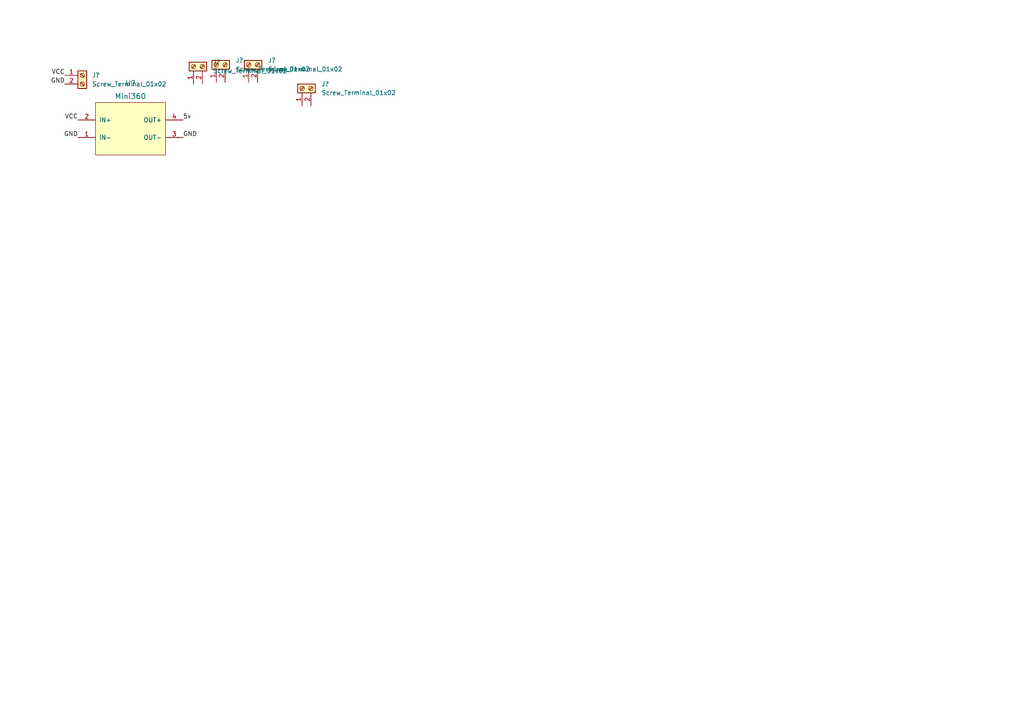
<source format=kicad_sch>
(kicad_sch (version 20211123) (generator eeschema)
  (paper "A4")
  (lib_symbols
    (symbol "Connector:Screw_Terminal_01x02" (pin_names (offset 1.016) hide)
      (property "Reference" "J" (at 0 2.54 0))
      (property "Value" "Screw_Terminal_01x02" (at 0 -5.08 0))
      (symbol "Screw_Terminal_01x02_1_1"
        (rectangle (start -1.27 1.27) (end 1.27 -3.81) (stroke (width 0.254)) (fill (type background)))
        (circle (center 0 -2.54) (radius 0.635) (stroke (width 0.1524)))
        (polyline (pts (xy -0.5334 -2.2098) (xy 0.3302 -3.048)) (stroke (width 0.1524)))
        (polyline (pts (xy -0.5334 0.3302) (xy 0.3302 -0.508)) (stroke (width 0.1524)))
        (polyline (pts (xy -0.3556 -2.032) (xy 0.508 -2.8702)) (stroke (width 0.1524)))
        (polyline (pts (xy -0.3556 0.508) (xy 0.508 -0.3302)) (stroke (width 0.1524)))
        (circle (center 0 0) (radius 0.635) (stroke (width 0.1524)))
        (pin passive line (at -5.08 0 0) (length 3.81) (name "Pin_1") (number "1"))
        (pin passive line (at -5.08 -2.54 0) (length 3.81) (name "Pin_2") (number "2"))
      )
    )
    (symbol "mini360:Mini360" (pin_names (offset 1.016))
      (property "Reference" "U" (at 0 -5.08 0))
      (property "Value" "Mini360" (at 0 5.08 0))
      (symbol "Mini360_0_1"
        (rectangle (start -10.16 7.62) (end 10.16 -7.62) (fill (type background)))
      )
      (symbol "Mini360_1_1"
        (pin power_in line (at -15.24 -2.54 0) (length 5.08) (name "IN-") (number "1"))
        (pin power_in line (at -15.24 2.54 0) (length 5.08) (name "IN+") (number "2"))
        (pin power_out line (at 15.24 -2.54 180) (length 5.08) (name "OUT-") (number "3"))
        (pin power_out line (at 15.24 2.54 180) (length 5.08) (name "OUT+") (number "4"))
      )
    )
  )
  (label "VCC" (at 18.796 21.844 180))
  (label "VCC" (at 22.606 34.798 180))
  (label "GND" (at 18.796 24.384 180))
  (label "5v" (at 53.086 34.798 0))
  (label "GND" (at 22.606 39.878 180))
  (label "GND" (at 53.086 39.878 0))
  (symbol (lib_id "Connector:Screw_Terminal_01x02") (at 72.136 18.796 90) (unit 1)
    (property "Reference" "J?" (at 77.724 17.5259 90) (effects (justify right)))
    (property "Value" "Screw_Terminal_01x02" (at 77.724 20.0659 90) (effects (justify right)))
  )
  (symbol (lib_id "Connector:Screw_Terminal_01x02") (at 62.738 18.796 90) (unit 1)
    (property "Reference" "J?" (at 68.326 17.5259 90) (effects (justify right)))
    (property "Value" "Screw_Terminal_01x02" (at 68.326 20.0659 90) (effects (justify right)))
  )
  (symbol (lib_id "mini360:Mini360") (at 37.846 37.338 0) (unit 1)
    (property "Reference" "U?" (at 37.846 24.13 0) (effects (font (size 1.524 1.524))))
    (property "Value" "Mini360" (at 37.846 27.94 0) (effects (font (size 1.524 1.524))))
  )
  (symbol (lib_id "Connector:Screw_Terminal_01x02") (at 87.63 25.654 90) (unit 1)
    (property "Reference" "J?" (at 93.218 24.3839 90) (effects (justify right)))
    (property "Value" "Screw_Terminal_01x02" (at 93.218 26.9239 90) (effects (justify right)))
  )
  (symbol (lib_id "Connector:Screw_Terminal_01x02") (at 23.876 21.844 0) (unit 1)
    (property "Reference" "J?" (at 26.67 21.8439 0) (effects (justify left)))
    (property "Value" "Screw_Terminal_01x02" (at 26.67 24.3839 0) (effects (justify left)))
  )
  (symbol (lib_id "Connector:Screw_Terminal_01x02") (at 56.134 19.304 90) (unit 1)
    (property "Reference" "J?" (at 61.722 18.0339 90) (effects (justify right)))
    (property "Value" "Screw_Terminal_01x02" (at 61.722 20.5739 90) (effects (justify right)))
  )
)
</source>
